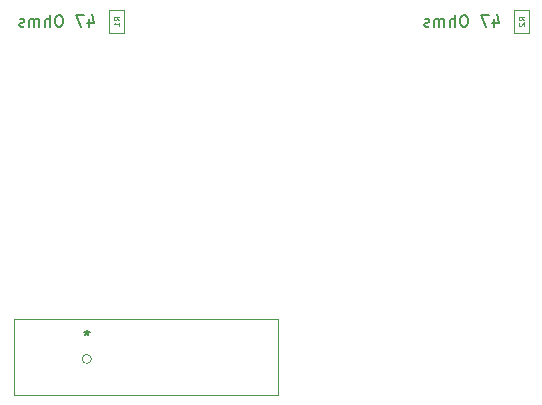
<source format=gbr>
%TF.GenerationSoftware,KiCad,Pcbnew,(5.1.9-0-10_14)*%
%TF.CreationDate,2021-10-18T12:22:06-07:00*%
%TF.ProjectId,pumpkin_pcb_2,70756d70-6b69-46e5-9f70-63625f322e6b,rev?*%
%TF.SameCoordinates,Original*%
%TF.FileFunction,Other,Fab,Bot*%
%FSLAX46Y46*%
G04 Gerber Fmt 4.6, Leading zero omitted, Abs format (unit mm)*
G04 Created by KiCad (PCBNEW (5.1.9-0-10_14)) date 2021-10-18 12:22:06*
%MOMM*%
%LPD*%
G01*
G04 APERTURE LIST*
%ADD10C,0.100000*%
%ADD11C,0.150000*%
%ADD12C,0.080000*%
G04 APERTURE END LIST*
D10*
%TO.C,R2*%
X150657400Y-91652600D02*
X151907400Y-91652600D01*
X151907400Y-91652600D02*
X151907400Y-89652600D01*
X151907400Y-89652600D02*
X150657400Y-89652600D01*
X150657400Y-89652600D02*
X150657400Y-91652600D01*
%TO.C,R1*%
X116367400Y-91652600D02*
X117617400Y-91652600D01*
X117617400Y-91652600D02*
X117617400Y-89652600D01*
X117617400Y-89652600D02*
X116367400Y-89652600D01*
X116367400Y-89652600D02*
X116367400Y-91652600D01*
%TO.C,BAT1*%
X114833400Y-119227600D02*
G75*
G03*
X114833400Y-119227600I-381000J0D01*
G01*
X108251000Y-122257947D02*
X108251000Y-115857147D01*
X130653800Y-122257947D02*
X108251000Y-122257947D01*
X130653800Y-115857147D02*
X130653800Y-122257947D01*
X108251000Y-115857147D02*
X130653800Y-115857147D01*
%TD*%
%TO.C,R2*%
D11*
X148916685Y-90438314D02*
X148916685Y-91104980D01*
X149154780Y-90057361D02*
X149392876Y-90771647D01*
X148773828Y-90771647D01*
X148488114Y-90104980D02*
X147821447Y-90104980D01*
X148250019Y-91104980D01*
X146488114Y-90104980D02*
X146297638Y-90104980D01*
X146202400Y-90152600D01*
X146107161Y-90247838D01*
X146059542Y-90438314D01*
X146059542Y-90771647D01*
X146107161Y-90962123D01*
X146202400Y-91057361D01*
X146297638Y-91104980D01*
X146488114Y-91104980D01*
X146583352Y-91057361D01*
X146678590Y-90962123D01*
X146726209Y-90771647D01*
X146726209Y-90438314D01*
X146678590Y-90247838D01*
X146583352Y-90152600D01*
X146488114Y-90104980D01*
X145630971Y-91104980D02*
X145630971Y-90104980D01*
X145202400Y-91104980D02*
X145202400Y-90581171D01*
X145250019Y-90485933D01*
X145345257Y-90438314D01*
X145488114Y-90438314D01*
X145583352Y-90485933D01*
X145630971Y-90533552D01*
X144726209Y-91104980D02*
X144726209Y-90438314D01*
X144726209Y-90533552D02*
X144678590Y-90485933D01*
X144583352Y-90438314D01*
X144440495Y-90438314D01*
X144345257Y-90485933D01*
X144297638Y-90581171D01*
X144297638Y-91104980D01*
X144297638Y-90581171D02*
X144250019Y-90485933D01*
X144154780Y-90438314D01*
X144011923Y-90438314D01*
X143916685Y-90485933D01*
X143869066Y-90581171D01*
X143869066Y-91104980D01*
X143440495Y-91057361D02*
X143345257Y-91104980D01*
X143154780Y-91104980D01*
X143059542Y-91057361D01*
X143011923Y-90962123D01*
X143011923Y-90914504D01*
X143059542Y-90819266D01*
X143154780Y-90771647D01*
X143297638Y-90771647D01*
X143392876Y-90724028D01*
X143440495Y-90628790D01*
X143440495Y-90581171D01*
X143392876Y-90485933D01*
X143297638Y-90438314D01*
X143154780Y-90438314D01*
X143059542Y-90485933D01*
D12*
X151508590Y-90569266D02*
X151270495Y-90402600D01*
X151508590Y-90283552D02*
X151008590Y-90283552D01*
X151008590Y-90474028D01*
X151032400Y-90521647D01*
X151056209Y-90545457D01*
X151103828Y-90569266D01*
X151175257Y-90569266D01*
X151222876Y-90545457D01*
X151246685Y-90521647D01*
X151270495Y-90474028D01*
X151270495Y-90283552D01*
X151056209Y-90759742D02*
X151032400Y-90783552D01*
X151008590Y-90831171D01*
X151008590Y-90950219D01*
X151032400Y-90997838D01*
X151056209Y-91021647D01*
X151103828Y-91045457D01*
X151151447Y-91045457D01*
X151222876Y-91021647D01*
X151508590Y-90735933D01*
X151508590Y-91045457D01*
%TO.C,R1*%
D11*
X114626685Y-90438314D02*
X114626685Y-91104980D01*
X114864780Y-90057361D02*
X115102876Y-90771647D01*
X114483828Y-90771647D01*
X114198114Y-90104980D02*
X113531447Y-90104980D01*
X113960019Y-91104980D01*
X112198114Y-90104980D02*
X112007638Y-90104980D01*
X111912399Y-90152600D01*
X111817161Y-90247838D01*
X111769542Y-90438314D01*
X111769542Y-90771647D01*
X111817161Y-90962123D01*
X111912399Y-91057361D01*
X112007638Y-91104980D01*
X112198114Y-91104980D01*
X112293352Y-91057361D01*
X112388590Y-90962123D01*
X112436209Y-90771647D01*
X112436209Y-90438314D01*
X112388590Y-90247838D01*
X112293352Y-90152600D01*
X112198114Y-90104980D01*
X111340971Y-91104980D02*
X111340971Y-90104980D01*
X110912399Y-91104980D02*
X110912399Y-90581171D01*
X110960019Y-90485933D01*
X111055257Y-90438314D01*
X111198114Y-90438314D01*
X111293352Y-90485933D01*
X111340971Y-90533552D01*
X110436209Y-91104980D02*
X110436209Y-90438314D01*
X110436209Y-90533552D02*
X110388590Y-90485933D01*
X110293352Y-90438314D01*
X110150495Y-90438314D01*
X110055257Y-90485933D01*
X110007638Y-90581171D01*
X110007638Y-91104980D01*
X110007638Y-90581171D02*
X109960019Y-90485933D01*
X109864780Y-90438314D01*
X109721923Y-90438314D01*
X109626685Y-90485933D01*
X109579066Y-90581171D01*
X109579066Y-91104980D01*
X109150495Y-91057361D02*
X109055257Y-91104980D01*
X108864780Y-91104980D01*
X108769542Y-91057361D01*
X108721923Y-90962123D01*
X108721923Y-90914504D01*
X108769542Y-90819266D01*
X108864780Y-90771647D01*
X109007638Y-90771647D01*
X109102876Y-90724028D01*
X109150495Y-90628790D01*
X109150495Y-90581171D01*
X109102876Y-90485933D01*
X109007638Y-90438314D01*
X108864780Y-90438314D01*
X108769542Y-90485933D01*
D12*
X117218590Y-90569266D02*
X116980495Y-90402600D01*
X117218590Y-90283552D02*
X116718590Y-90283552D01*
X116718590Y-90474028D01*
X116742400Y-90521647D01*
X116766209Y-90545457D01*
X116813828Y-90569266D01*
X116885257Y-90569266D01*
X116932876Y-90545457D01*
X116956685Y-90521647D01*
X116980495Y-90474028D01*
X116980495Y-90283552D01*
X117218590Y-91045457D02*
X117218590Y-90759742D01*
X117218590Y-90902600D02*
X116718590Y-90902600D01*
X116790019Y-90854980D01*
X116837638Y-90807361D01*
X116861447Y-90759742D01*
%TO.C,BAT1*%
D11*
X114452400Y-116774980D02*
X114452400Y-117013076D01*
X114690495Y-116917838D02*
X114452400Y-117013076D01*
X114214304Y-116917838D01*
X114595257Y-117203552D02*
X114452400Y-117013076D01*
X114309542Y-117203552D01*
%TD*%
M02*

</source>
